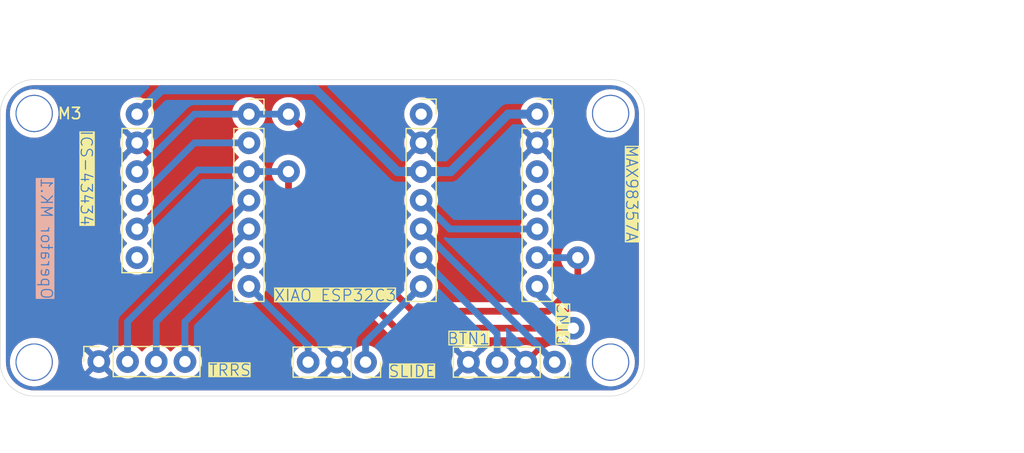
<source format=kicad_pcb>
(kicad_pcb (version 20241229) (generator "pcbnew") (generator_version "9.0")
  (layers (0 "F.Cu" signal) (2 "B.Cu" signal) (13 "F.Paste" user) (15 "B.Paste" user) (5 "F.SilkS" user "F.Silkscreen") (7 "B.SilkS" user "B.Silkscreen") (1 "F.Mask" user) (3 "B.Mask" user) (25 "Edge.Cuts" user))
  (net 0 "")
  (net 2 "BCLK")
  (net 3 "GND")
  (net 4 "LRC")
  (net 5 "3V")
  (net 6 "DOUT")
  (net 7 "DIN")
  (net 11 "D7")
  (net 12 "D9")
  (net 13 "D4")
  (net 14 "D8")
  (net 15 "D5")
  (net 16 "D6")
  (net 17 "D3")
  (footprint "Connector_PinSocket_2.54mm:PinSocket_1x07_P2.54mm_Vertical" (layer "F.Cu") (at 153.5 90.06)
    (property "Reference" "J4" (hide yes))
    (property "Value" "Speaker" (hide yes))
    (fp_line (start -1.33 1.27) (end -1.33 16.57) (stroke (width 0.12)) (layer "F.SilkS"))
    (fp_line (start -1.33 1.27) (end 1.33 1.27) (stroke (width 0.12)) (layer "F.SilkS"))
    (fp_line (start -1.33 16.57) (end 1.33 16.57) (stroke (width 0.12)) (layer "F.SilkS"))
    (fp_line (start 0 -1.33) (end 1.33 -1.33) (stroke (width 0.12)) (layer "F.SilkS"))
    (fp_line (start 1.33 -1.33) (end 1.33 0) (stroke (width 0.12)) (layer "F.SilkS"))
    (fp_line (start 1.33 1.27) (end 1.33 16.57) (stroke (width 0.12)) (layer "F.SilkS"))
    (pad "1" thru_hole circle (at 0 0) (size 2 2) (drill 1) (layers "*.Cu" "*.Mask") (net 5 "3V"))
    (pad "2" thru_hole circle (at 0 2.54) (size 2 2) (drill 1) (layers "*.Cu" "*.Mask") (net 3 "GND"))
    (pad "3" thru_hole circle (at 0 5.08) (size 2 2) (drill 1) (layers "*.Cu" "*.Mask"))
    (pad "4" thru_hole circle (at 0 7.62) (size 2 2) (drill 1) (layers "*.Cu" "*.Mask"))
    (pad "5" thru_hole circle (at 0 10.16) (size 2 2) (drill 1) (layers "*.Cu" "*.Mask") (net 7 "DIN"))
    (pad "6" thru_hole circle (at 0 12.7) (size 2 2) (drill 1) (layers "*.Cu" "*.Mask") (net 2 "BCLK"))
    (pad "7" thru_hole circle (at 0 15.24) (size 2 2) (drill 1) (layers "*.Cu" "*.Mask") (net 4 "LRC"))
  )
  (footprint "Connector_PinSocket_2.54mm:PinSocket_1x04_P2.54mm_Vertical" (layer "F.Cu") (at 155.04 112 -90)
    (property "Reference" "J3" (hide yes))
    (property "Value" "Buttons" (hide yes))
    (fp_line (start -1.33 8.95) (end 1.33 8.95) (stroke (width 0.12)) (layer "F.SilkS"))
    (fp_line (start -1.33 1.27) (end -1.33 8.95) (stroke (width 0.12)) (layer "F.SilkS"))
    (fp_line (start -1.33 1.27) (end 1.33 1.27) (stroke (width 0.12)) (layer "F.SilkS"))
    (fp_line (start 1.33 1.27) (end 1.33 8.95) (stroke (width 0.12)) (layer "F.SilkS"))
    (fp_line (start 0 -1.33) (end 1.33 -1.33) (stroke (width 0.12)) (layer "F.SilkS"))
    (fp_line (start 1.33 -1.33) (end 1.33 0) (stroke (width 0.12)) (layer "F.SilkS"))
    (pad "1" thru_hole circle (at 0 0 270) (size 2 2) (drill 1) (layers "*.Cu" "*.Mask") (net 12 "D9"))
    (pad "2" thru_hole circle (at 0 2.54 270) (size 2 2) (drill 1) (layers "*.Cu" "*.Mask") (net 3 "GND"))
    (pad "3" thru_hole circle (at 0 5.08 270) (size 2 2) (drill 1) (layers "*.Cu" "*.Mask") (net 14 "D8"))
    (pad "4" thru_hole circle (at 0 7.62 270) (size 2 2) (drill 1) (layers "*.Cu" "*.Mask") (net 3 "GND"))
  )
  (footprint "Connector_PinSocket_2.54mm:PinSocket_1x07_P2.54mm_Vertical" (layer "F.Cu") (at 128 90.06)
    (property "Reference" "J5" (hide yes))
    (property "Value" "Xiao Left" (hide yes))
    (fp_line (start -1.33 1.27) (end -1.33 16.57) (stroke (width 0.12)) (layer "F.SilkS"))
    (fp_line (start -1.33 1.27) (end 1.33 1.27) (stroke (width 0.12)) (layer "F.SilkS"))
    (fp_line (start -1.33 16.57) (end 1.33 16.57) (stroke (width 0.12)) (layer "F.SilkS"))
    (fp_line (start 0 -1.33) (end 1.33 -1.33) (stroke (width 0.12)) (layer "F.SilkS"))
    (fp_line (start 1.33 -1.33) (end 1.33 0) (stroke (width 0.12)) (layer "F.SilkS"))
    (fp_line (start 1.33 1.27) (end 1.33 16.57) (stroke (width 0.12)) (layer "F.SilkS"))
    (pad "1" thru_hole circle (at 0 0) (size 2 2) (drill 1) (layers "*.Cu" "*.Mask") (net 2 "BCLK"))
    (pad "2" thru_hole circle (at 0 2.54) (size 2 2) (drill 1) (layers "*.Cu" "*.Mask") (net 6 "DOUT"))
    (pad "3" thru_hole circle (at 0 5.08) (size 2 2) (drill 1) (layers "*.Cu" "*.Mask") (net 4 "LRC"))
    (pad "4" thru_hole circle (at 0 7.62) (size 2 2) (drill 1) (layers "*.Cu" "*.Mask") (net 17 "D3"))
    (pad "5" thru_hole circle (at 0 10.16) (size 2 2) (drill 1) (layers "*.Cu" "*.Mask") (net 13 "D4"))
    (pad "6" thru_hole circle (at 0 12.7) (size 2 2) (drill 1) (layers "*.Cu" "*.Mask") (net 15 "D5"))
    (pad "7" thru_hole circle (at 0 15.24) (size 2 2) (drill 1) (layers "*.Cu" "*.Mask") (net 16 "D6"))
  )
  (footprint "Connector_PinSocket_2.54mm:PinSocket_1x04_P2.54mm_Vertical" (layer "F.Cu") (at 114.72 111.95 90)
    (property "Reference" "J8" (hide yes))
    (property "Value" "TRRS Socket" (hide yes))
    (fp_line (start 1.33 -1.33) (end 1.33 0) (stroke (width 0.12)) (layer "F.SilkS"))
    (fp_line (start 0 -1.33) (end 1.33 -1.33) (stroke (width 0.12)) (layer "F.SilkS"))
    (fp_line (start 1.33 1.27) (end 1.33 8.95) (stroke (width 0.12)) (layer "F.SilkS"))
    (fp_line (start -1.33 1.27) (end 1.33 1.27) (stroke (width 0.12)) (layer "F.SilkS"))
    (fp_line (start -1.33 1.27) (end -1.33 8.95) (stroke (width 0.12)) (layer "F.SilkS"))
    (fp_line (start -1.33 8.95) (end 1.33 8.95) (stroke (width 0.12)) (layer "F.SilkS"))
    (pad "1" thru_hole circle (at 0 0 90) (size 2 2) (drill 1) (layers "*.Cu" "*.Mask") (net 3 "GND"))
    (pad "2" thru_hole circle (at 0 2.54 90) (size 2 2) (drill 1) (layers "*.Cu" "*.Mask") (net 17 "D3"))
    (pad "3" thru_hole circle (at 0 5.08 90) (size 2 2) (drill 1) (layers "*.Cu" "*.Mask") (net 13 "D4"))
    (pad "4" thru_hole circle (at 0 7.62 90) (size 2 2) (drill 1) (layers "*.Cu" "*.Mask") (net 15 "D5"))
  )
  (footprint "Connector_PinSocket_2.54mm:PinSocket_1x07_P2.54mm_Vertical" (layer "F.Cu") (at 143.235 90.06)
    (property "Reference" "J6" (hide yes))
    (property "Value" "Xiao Right" (hide yes))
    (fp_line (start -1.33 1.27) (end -1.33 16.57) (stroke (width 0.12)) (layer "F.SilkS"))
    (fp_line (start -1.33 1.27) (end 1.33 1.27) (stroke (width 0.12)) (layer "F.SilkS"))
    (fp_line (start -1.33 16.57) (end 1.33 16.57) (stroke (width 0.12)) (layer "F.SilkS"))
    (fp_line (start 0 -1.33) (end 1.33 -1.33) (stroke (width 0.12)) (layer "F.SilkS"))
    (fp_line (start 1.33 -1.33) (end 1.33 0) (stroke (width 0.12)) (layer "F.SilkS"))
    (fp_line (start 1.33 1.27) (end 1.33 16.57) (stroke (width 0.12)) (layer "F.SilkS"))
    (pad "1" thru_hole circle (at 0 0) (size 2 2) (drill 1) (layers "*.Cu" "*.Mask"))
    (pad "2" thru_hole circle (at 0 2.54) (size 2 2) (drill 1) (layers "*.Cu" "*.Mask") (net 3 "GND"))
    (pad "3" thru_hole circle (at 0 5.08) (size 2 2) (drill 1) (layers "*.Cu" "*.Mask") (net 5 "3V"))
    (pad "4" thru_hole circle (at 0 7.62) (size 2 2) (drill 1) (layers "*.Cu" "*.Mask") (net 7 "DIN"))
    (pad "5" thru_hole circle (at 0 10.16) (size 2 2) (drill 1) (layers "*.Cu" "*.Mask") (net 12 "D9"))
    (pad "6" thru_hole circle (at 0 12.7) (size 2 2) (drill 1) (layers "*.Cu" "*.Mask") (net 14 "D8"))
    (pad "7" thru_hole circle (at 0 15.24) (size 2 2) (drill 1) (layers "*.Cu" "*.Mask") (net 11 "D7"))
  )
  (footprint "" (layer "F.Cu") (at 160 112)
    (property "Reference" "" (at 0 0 0) (layer "F.SilkS") (effects (font (size 1.27 1.27))))
    (property "Value" "")
    (pad "" thru_hole circle (at 0 0) (size 3.3 3.3) (drill 3.1) (layers "*.Cu" "*.Mask"))
  )
  (footprint "Fab:MountingHole_M3" (layer "F.Cu") (at 109 90)
    (property "Reference" "REF**" (hide yes))
    (property "Value" "MountingHole_M3" (hide yes))
    (fp_text user "M3" (at 2 0 0) (layer "F.SilkS") (effects (font (thickness 0.15) (bold yes)) (justify left)))
    (pad "" thru_hole circle (at 0 0) (size 3.3 3.3) (drill 3.1) (layers "*.Cu" "*.Mask"))
  )
  (footprint "Connector_PinSocket_2.54mm:PinSocket_1x03_P2.54mm_Vertical" (layer "F.Cu") (at 138.32 112 -90)
    (property "Reference" "J1" (hide yes))
    (property "Value" "Slide Switch" (hide yes))
    (fp_line (start -1.33 6.41) (end 1.33 6.41) (stroke (width 0.12)) (layer "F.SilkS"))
    (fp_line (start -1.33 1.27) (end -1.33 6.41) (stroke (width 0.12)) (layer "F.SilkS"))
    (fp_line (start -1.33 1.27) (end 1.33 1.27) (stroke (width 0.12)) (layer "F.SilkS"))
    (fp_line (start 1.33 1.27) (end 1.33 6.41) (stroke (width 0.12)) (layer "F.SilkS"))
    (fp_line (start 0 -1.33) (end 1.33 -1.33) (stroke (width 0.12)) (layer "F.SilkS"))
    (fp_line (start 1.33 -1.33) (end 1.33 0) (stroke (width 0.12)) (layer "F.SilkS"))
    (pad "1" thru_hole circle (at 0 0 270) (size 2 2) (drill 1) (layers "*.Cu" "*.Mask") (net 11 "D7"))
    (pad "2" thru_hole circle (at 0 2.54 270) (size 2 2) (drill 1) (layers "*.Cu" "*.Mask") (net 3 "GND"))
    (pad "3" thru_hole circle (at 0 5.08 270) (size 2 2) (drill 1) (layers "*.Cu" "*.Mask") (net 16 "D6"))
  )
  (footprint "" (layer "F.Cu") (at 109 112)
    (property "Reference" "" (at 0 0 0) (layer "F.SilkS") (effects (font (size 1.27 1.27))))
    (property "Value" "")
    (pad "" thru_hole circle (at 0 0) (size 3.3 3.3) (drill 3.1) (layers "*.Cu" "*.Mask"))
  )
  (footprint "" (layer "F.Cu") (at 160 90)
    (property "Reference" "" (at 0 0 0) (layer "F.SilkS") (effects (font (size 1.27 1.27))))
    (property "Value" "")
    (pad "" thru_hole circle (at 0 0) (size 3.3 3.3) (drill 3.1) (layers "*.Cu" "*.Mask"))
  )
  (footprint "Connector_PinSocket_2.54mm:PinSocket_1x06_P2.54mm_Vertical" (layer "F.Cu") (at 118.1 90.06)
    (property "Reference" "J2" (hide yes))
    (property "Value" "Microphone" (hide yes))
    (fp_line (start -1.33 1.27) (end -1.33 14.03) (stroke (width 0.12)) (layer "F.SilkS"))
    (fp_line (start -1.33 1.27) (end 1.33 1.27) (stroke (width 0.12)) (layer "F.SilkS"))
    (fp_line (start -1.33 14.03) (end 1.33 14.03) (stroke (width 0.12)) (layer "F.SilkS"))
    (fp_line (start 0 -1.33) (end 1.33 -1.33) (stroke (width 0.12)) (layer "F.SilkS"))
    (fp_line (start 1.33 -1.33) (end 1.33 0) (stroke (width 0.12)) (layer "F.SilkS"))
    (fp_line (start 1.33 1.27) (end 1.33 14.03) (stroke (width 0.12)) (layer "F.SilkS"))
    (pad "1" thru_hole circle (at 0 0) (size 2 2) (drill 1) (layers "*.Cu" "*.Mask") (net 5 "3V"))
    (pad "2" thru_hole circle (at 0 2.54) (size 2 2) (drill 1) (layers "*.Cu" "*.Mask") (net 3 "GND"))
    (pad "3" thru_hole circle (at 0 5.08) (size 2 2) (drill 1) (layers "*.Cu" "*.Mask") (net 2 "BCLK"))
    (pad "4" thru_hole circle (at 0 7.62) (size 2 2) (drill 1) (layers "*.Cu" "*.Mask") (net 6 "DOUT"))
    (pad "5" thru_hole circle (at 0 10.16) (size 2 2) (drill 1) (layers "*.Cu" "*.Mask") (net 4 "LRC"))
    (pad "6" thru_hole circle (at 0 12.7) (size 2 2) (drill 1) (layers "*.Cu" "*.Mask"))
  )
  (gr_line (start 160 87) (end 109 87) (stroke (width 0.05)) (layer "Edge.Cuts"))
  (gr_arc (start 106 90) (mid 106.87868 87.87868) (end 109 87) (stroke (width 0.05)) (layer "Edge.Cuts"))
  (gr_arc (start 160 87) (mid 162.12132 87.87868) (end 163 90) (stroke (width 0.05)) (layer "Edge.Cuts"))
  (gr_line (start 106 90) (end 106 112) (stroke (width 0.05)) (layer "Edge.Cuts"))
  (gr_line (start 109 115) (end 160 115) (stroke (width 0.05)) (layer "Edge.Cuts"))
  (gr_line (start 163 112) (end 163 90) (stroke (width 0.05)) (layer "Edge.Cuts"))
  (gr_arc (start 109 115) (mid 106.87868 114.12132) (end 106 112) (stroke (width 0.05)) (layer "Edge.Cuts"))
  (gr_arc (start 163 112) (mid 162.12132 114.12132) (end 160 115) (stroke (width 0.05)) (layer "Edge.Cuts"))
  (gr_text "ICS-43434" (at 113.03 91.44 270) (layer "F.SilkS" knockout) (effects (font (size 1 1) (thickness 0.1)) (justify left bottom)))
  (gr_text "TRRS" (at 124.4 113.3 0) (layer "F.SilkS" knockout) (effects (font (size 1 1) (thickness 0.1)) (justify left bottom)))
  (gr_text "BTN1" (at 145.5 110.5 0) (layer "F.SilkS" knockout) (effects (font (size 1 1) (thickness 0.1)) (justify left bottom)))
  (gr_text "SLIDE" (at 140.3 113.4 0) (layer "F.SilkS" knockout) (effects (font (size 1 1) (thickness 0.1)) (justify left bottom)))
  (gr_text "XIAO ESP32C3" (at 130.175 106.68 0) (layer "F.SilkS" knockout) (effects (font (size 1 1) (thickness 0.1)) (justify left bottom)))
  (gr_text "BTN2" (at 156.4 110.6 90) (layer "F.SilkS" knockout) (effects (font (size 1 1) (thickness 0.1)) (justify left bottom)))
  (gr_text "MAX98357A" (at 161.29 92.71 270) (layer "F.SilkS" knockout) (effects (font (size 1 1) (thickness 0.1)) (justify left bottom)))
  (gr_text "Operator MK.1" (at 109.5 106.5 270) (layer "B.SilkS" knockout) (effects (font (size 1 1) (thickness 0.1)) (justify left bottom mirror)))
  (segment (start 131.5 90.06) (end 134 92.56) (width 0.6) (layer "F.Cu") (net 2))
  (segment (start 157.1 104.9) (end 157.1 102.76) (width 0.6) (layer "F.Cu") (net 2))
  (segment (start 142.5 107.5) (end 154.5 107.5) (width 0.6) (layer "F.Cu") (net 2))
  (segment (start 134 92.56) (end 134 99) (width 0.6) (layer "F.Cu") (net 2))
  (segment (start 134 99) (end 142.5 107.5) (width 0.6) (layer "F.Cu") (net 2))
  (segment (start 154.5 107.5) (end 157.1 104.9) (width 0.6) (layer "F.Cu") (net 2))
  (via (at 131.5 90.06) (size 2) (drill 1) (layers "F.Cu" "B.Cu") (net 2))
  (via (at 157.1 102.76) (size 2) (drill 1) (layers "F.Cu" "B.Cu") (net 2))
  (segment (start 128 90.06) (end 123.18 90.06) (width 0.6) (layer "B.Cu") (net 2))
  (segment (start 128 90.06) (end 131.5 90.06) (width 0.6) (layer "B.Cu") (net 2))
  (segment (start 123.18 90.06) (end 118.1 95.14) (width 0.6) (layer "B.Cu") (net 2))
  (segment (start 157.1 102.76) (end 153.5 102.76) (width 0.6) (layer "B.Cu") (net 2))
  (segment (start 152.8 112.42) (end 152.68 112.3) (width 0.4) (layer "F.Cu") (net 3))
  (segment (start 131.5 99.5) (end 131.5 95.14) (width 0.6) (layer "F.Cu") (net 4))
  (segment (start 141 109) (end 131.5 99.5) (width 0.6) (layer "F.Cu") (net 4))
  (segment (start 156.7 109) (end 141 109) (width 0.6) (layer "F.Cu") (net 4))
  (via (at 156.7 109) (size 2) (drill 1) (layers "F.Cu" "B.Cu") (net 4))
  (via (at 131.5 95.14) (size 2) (drill 1) (layers "F.Cu" "B.Cu") (net 4))
  (segment (start 156.7 109) (end 153.5 105.8) (width 0.8) (layer "B.Cu") (net 4))
  (segment (start 127.86 95) (end 123.5 95) (width 0.6) (layer "B.Cu") (net 4))
  (segment (start 128 95.14) (end 127.86 95) (width 0.6) (layer "B.Cu") (net 4))
  (segment (start 128 95.14) (end 131.5 95.14) (width 0.6) (layer "B.Cu") (net 4))
  (segment (start 118.28 100.22) (end 118.1 100.22) (width 0.6) (layer "B.Cu") (net 4))
  (segment (start 123.5 95) (end 118.28 100.22) (width 0.6) (layer "B.Cu") (net 4))
  (segment (start 153.5 105.8) (end 153.5 105.3) (width 0.8) (layer "B.Cu") (net 4))
  (segment (start 141.14 95.14) (end 143.235 95.14) (width 0.8) (layer "B.Cu") (net 5))
  (segment (start 145.86 95.14) (end 150.94 90.06) (width 0.8) (layer "B.Cu") (net 5))
  (segment (start 143.235 95.14) (end 145.86 95.14) (width 0.8) (layer "B.Cu") (net 5))
  (segment (start 150.94 90.06) (end 153.5 90.06) (width 0.8) (layer "B.Cu") (net 5))
  (segment (start 133.901 87.901) (end 141.14 95.14) (width 0.8) (layer "B.Cu") (net 5))
  (segment (start 118.1 90.06) (end 120.259 87.901) (width 0.8) (layer "B.Cu") (net 5))
  (segment (start 120.259 87.901) (end 133.901 87.901) (width 0.8) (layer "B.Cu") (net 5))
  (segment (start 123.18 92.6) (end 118.1 97.68) (width 0.6) (layer "B.Cu") (net 6))
  (segment (start 128 92.6) (end 123.18 92.6) (width 0.6) (layer "B.Cu") (net 6))
  (segment (start 143.235 97.68) (end 145.775 100.22) (width 0.6) (layer "B.Cu") (net 7))
  (segment (start 145.775 100.22) (end 153.5 100.22) (width 0.6) (layer "B.Cu") (net 7))
  (segment (start 138.5 111.94) (end 138.5 112.4) (width 0.4) (layer "F.Cu") (net 11))
  (segment (start 143.235 105.3) (end 138.32 110.215) (width 0.6) (layer "B.Cu") (net 11))
  (segment (start 138.32 110.215) (end 138.32 112) (width 0.6) (layer "B.Cu") (net 11))
  (segment (start 154.94 112.3) (end 155.22 112.3) (width 0.4) (layer "F.Cu") (net 12))
  (segment (start 155.22 111.72) (end 155.22 112.3) (width 0.4) (layer "F.Cu") (net 12))
  (segment (start 143.235 100.22) (end 155.015 112) (width 0.6) (layer "B.Cu") (net 12))
  (segment (start 155.015 112) (end 155.04 112) (width 0.6) (layer "B.Cu") (net 12))
  (segment (start 128 100.22) (end 119.8 108.42) (width 0.6) (layer "B.Cu") (net 13))
  (segment (start 119.8 108.42) (end 119.8 111.95) (width 0.6) (layer "B.Cu") (net 13))
  (segment (start 149.96 109.485) (end 149.96 112) (width 0.6) (layer "B.Cu") (net 14))
  (segment (start 143.235 102.76) (end 149.96 109.485) (width 0.6) (layer "B.Cu") (net 14))
  (segment (start 128 102.76) (end 122.34 108.42) (width 0.6) (layer "B.Cu") (net 15))
  (segment (start 122.34 108.42) (end 122.34 111.95) (width 0.6) (layer "B.Cu") (net 15))
  (segment (start 128 105.3) (end 133.24 110.54) (width 0.6) (layer "B.Cu") (net 16))
  (segment (start 133.24 110.54) (end 133.24 112) (width 0.6) (layer "B.Cu") (net 16))
  (segment (start 117.26 108.42) (end 117.26 111.95) (width 0.6) (layer "B.Cu") (net 17))
  (segment (start 128 97.68) (end 117.26 108.42) (width 0.6) (layer "B.Cu") (net 17))
  (zone (net 3) (net_name "GND") (layer "F.Cu") (connect_pads (clearance 0.5)) (min_thickness 0.25) (fill yes (thermal_gap 0.5) (thermal_bridge_width 0.5))
    (polygon (pts (xy 163 87) (xy 106 87) (xy 106 115) (xy 163 115)))
  )
  (zone (net 3) (net_name "GND") (layer "B.Cu") (priority 1) (connect_pads (clearance 0.5)) (min_thickness 0.25) (fill yes (thermal_gap 0.5) (thermal_bridge_width 0.5))
    (polygon (pts (xy 106 87) (xy 163 87) (xy 163 115) (xy 106 115)))
  )
)
</source>
